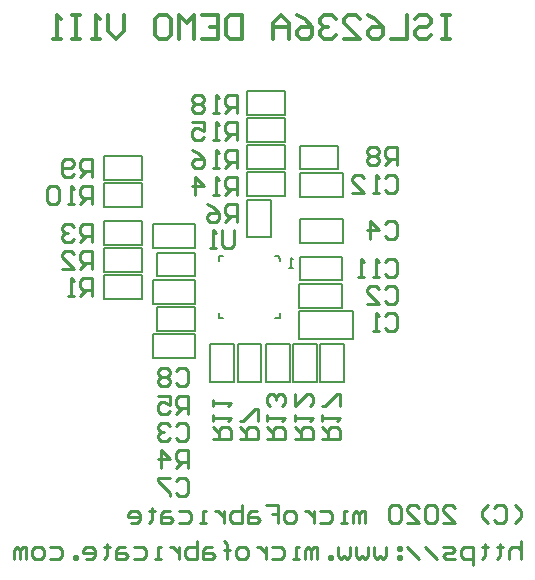
<source format=gbo>
G04*
G04 #@! TF.GenerationSoftware,Altium Limited,Altium Designer,18.0.12 (696)*
G04*
G04 Layer_Color=32896*
%FSLAX44Y44*%
%MOMM*%
G71*
G01*
G75*
%ADD10C,0.2000*%
%ADD11C,0.2540*%
%ADD47C,0.3500*%
D10*
X276000Y272000D02*
Y274000D01*
Y224000D02*
Y228000D01*
X272000Y224000D02*
X276000D01*
X224000D02*
X228000D01*
X224000D02*
Y228000D01*
Y272000D02*
Y276000D01*
X228000D01*
X272000D02*
X274000D01*
X276000Y274000D01*
X217000Y202000D02*
X237000D01*
X217000Y170000D02*
Y202000D01*
Y170000D02*
X237000D01*
Y202000D01*
X240000Y170000D02*
X260000D01*
Y202000D01*
X240000D02*
X260000D01*
X240000Y170000D02*
Y202000D01*
X264000D02*
X284000D01*
X264000Y170000D02*
Y202000D01*
Y170000D02*
X284000D01*
Y202000D01*
X287000Y170000D02*
X307000D01*
Y202000D01*
X287000D02*
X307000D01*
X287000Y170000D02*
Y202000D01*
X310000D02*
X330000D01*
X310000Y170000D02*
Y202000D01*
Y170000D02*
X330000D01*
Y202000D01*
X338000Y205600D02*
Y229600D01*
X292000D02*
X338000D01*
X292000Y205600D02*
Y229600D01*
Y205600D02*
X338000D01*
X328000Y232600D02*
Y252600D01*
X292000D02*
X328000D01*
X292000Y232600D02*
Y252600D01*
Y232600D02*
X328000D01*
X292500Y255600D02*
Y275600D01*
Y255600D02*
X328500D01*
Y275600D01*
X292500D02*
X328500D01*
X329000Y287600D02*
Y307600D01*
X293000D02*
X329000D01*
X293000Y287600D02*
Y307600D01*
Y287600D02*
X329000D01*
X293000Y326600D02*
Y346600D01*
Y326600D02*
X329000D01*
Y346600D01*
X293000D02*
X329000D01*
X325000Y349600D02*
Y369600D01*
X293000D02*
X325000D01*
X293000Y349600D02*
Y369600D01*
Y349600D02*
X325000D01*
X248000Y292000D02*
X268000D01*
Y324000D01*
X248000D02*
X268000D01*
X248000Y292000D02*
Y324000D01*
X248000Y327000D02*
Y347000D01*
Y327000D02*
X280000D01*
Y347000D01*
X248000D02*
X280000D01*
Y350000D02*
Y370000D01*
X248000D02*
X280000D01*
X248000Y350000D02*
Y370000D01*
Y350000D02*
X280000D01*
X248000Y373000D02*
Y393000D01*
Y373000D02*
X280000D01*
Y393000D01*
X248000D02*
X280000D01*
X248000Y396000D02*
Y416000D01*
Y396000D02*
X280000D01*
Y416000D01*
X248000D02*
X280000D01*
X204000Y190000D02*
Y210000D01*
X168000D02*
X204000D01*
X168000Y190000D02*
Y210000D01*
Y190000D02*
X204000D01*
X172000Y213000D02*
Y233000D01*
Y213000D02*
X204000D01*
Y233000D01*
X172000D02*
X204000D01*
X168000Y236000D02*
Y256000D01*
Y236000D02*
X204000D01*
Y256000D01*
X168000D02*
X204000D01*
Y259000D02*
Y279000D01*
X172000D02*
X204000D01*
X172000Y259000D02*
Y279000D01*
Y259000D02*
X204000D01*
X168000Y283000D02*
Y303000D01*
Y283000D02*
X204000D01*
Y303000D01*
X168000D02*
X204000D01*
X159000Y240000D02*
Y260000D01*
X127000D02*
X159000D01*
X127000Y240000D02*
Y260000D01*
Y240000D02*
X159000D01*
X127000Y263000D02*
Y283000D01*
Y263000D02*
X159000D01*
Y283000D01*
X127000D02*
X159000D01*
X127000Y286000D02*
Y306000D01*
Y286000D02*
X159000D01*
Y306000D01*
X127000D02*
X159000D01*
Y318000D02*
Y338000D01*
X127000D02*
X159000D01*
X127000Y318000D02*
Y338000D01*
Y318000D02*
X159000D01*
Y341000D02*
Y361000D01*
X127000D02*
X159000D01*
X127000Y341000D02*
Y361000D01*
Y341000D02*
X159000D01*
X286800Y265900D02*
X283801D01*
X285301D01*
Y274897D01*
X286800Y273398D01*
D11*
X480000Y35235D02*
Y20000D01*
Y27617D01*
X477461Y30157D01*
X472383D01*
X469843Y27617D01*
Y20000D01*
X462226Y32696D02*
Y30157D01*
X464765D01*
X459687D01*
X462226D01*
Y22539D01*
X459687Y20000D01*
X449530Y32696D02*
Y30157D01*
X452069D01*
X446991D01*
X449530D01*
Y22539D01*
X446991Y20000D01*
X439373Y14922D02*
Y30157D01*
X431756D01*
X429216Y27617D01*
Y22539D01*
X431756Y20000D01*
X439373D01*
X424138D02*
X416521D01*
X413981Y22539D01*
X416521Y25078D01*
X421599D01*
X424138Y27617D01*
X421599Y30157D01*
X413981D01*
X408903Y20000D02*
X398746Y30157D01*
X393668Y20000D02*
X383511Y30157D01*
X378433D02*
X375894D01*
Y27617D01*
X378433D01*
Y30157D01*
Y22539D02*
X375894D01*
Y20000D01*
X378433D01*
Y22539D01*
X365737Y30157D02*
Y22539D01*
X363198Y20000D01*
X360659Y22539D01*
X358120Y20000D01*
X355580Y22539D01*
Y30157D01*
X350502D02*
Y22539D01*
X347963Y20000D01*
X345424Y22539D01*
X342884Y20000D01*
X340345Y22539D01*
Y30157D01*
X335267D02*
Y22539D01*
X332728Y20000D01*
X330188Y22539D01*
X327649Y20000D01*
X325110Y22539D01*
Y30157D01*
X320032Y20000D02*
Y22539D01*
X317493D01*
Y20000D01*
X320032D01*
X307336D02*
Y30157D01*
X304797D01*
X302257Y27617D01*
Y20000D01*
Y27617D01*
X299718Y30157D01*
X297179Y27617D01*
Y20000D01*
X292101D02*
X287022D01*
X289562D01*
Y30157D01*
X292101D01*
X269248D02*
X276866D01*
X279405Y27617D01*
Y22539D01*
X276866Y20000D01*
X269248D01*
X264170Y30157D02*
Y20000D01*
Y25078D01*
X261631Y27617D01*
X259091Y30157D01*
X256552D01*
X246396Y20000D02*
X241317D01*
X238778Y22539D01*
Y27617D01*
X241317Y30157D01*
X246396D01*
X248935Y27617D01*
Y22539D01*
X246396Y20000D01*
X231161D02*
Y32696D01*
Y27617D01*
X233700D01*
X228621D01*
X231161D01*
Y32696D01*
X228621Y35235D01*
X218465Y30157D02*
X213386D01*
X210847Y27617D01*
Y20000D01*
X218465D01*
X221004Y22539D01*
X218465Y25078D01*
X210847D01*
X205769Y35235D02*
Y20000D01*
X198151D01*
X195612Y22539D01*
Y25078D01*
Y27617D01*
X198151Y30157D01*
X205769D01*
X190534D02*
Y20000D01*
Y25078D01*
X187994Y27617D01*
X185455Y30157D01*
X182916D01*
X175299Y20000D02*
X170220D01*
X172759D01*
Y30157D01*
X175299D01*
X152446D02*
X160063D01*
X162603Y27617D01*
Y22539D01*
X160063Y20000D01*
X152446D01*
X144829Y30157D02*
X139750D01*
X137211Y27617D01*
Y20000D01*
X144829D01*
X147368Y22539D01*
X144829Y25078D01*
X137211D01*
X129593Y32696D02*
Y30157D01*
X132133D01*
X127054D01*
X129593D01*
Y22539D01*
X127054Y20000D01*
X111819D02*
X116897D01*
X119437Y22539D01*
Y27617D01*
X116897Y30157D01*
X111819D01*
X109280Y27617D01*
Y25078D01*
X119437D01*
X104202Y20000D02*
Y22539D01*
X101662D01*
Y20000D01*
X104202D01*
X81349Y30157D02*
X88967D01*
X91506Y27617D01*
Y22539D01*
X88967Y20000D01*
X81349D01*
X73731D02*
X68653D01*
X66114Y22539D01*
Y27617D01*
X68653Y30157D01*
X73731D01*
X76271Y27617D01*
Y22539D01*
X73731Y20000D01*
X61036D02*
Y30157D01*
X58496D01*
X55957Y27617D01*
Y20000D01*
Y27617D01*
X53418Y30157D01*
X50879Y27617D01*
Y20000D01*
X474922Y50000D02*
X480000Y55078D01*
Y60157D01*
X474922Y65235D01*
X457147Y62696D02*
X459687Y65235D01*
X464765D01*
X467304Y62696D01*
Y52539D01*
X464765Y50000D01*
X459687D01*
X457147Y52539D01*
X452069Y50000D02*
X446991Y55078D01*
Y60157D01*
X452069Y65235D01*
X413981Y50000D02*
X424138D01*
X413981Y60157D01*
Y62696D01*
X416521Y65235D01*
X421599D01*
X424138Y62696D01*
X408903D02*
X406364Y65235D01*
X401286D01*
X398746Y62696D01*
Y52539D01*
X401286Y50000D01*
X406364D01*
X408903Y52539D01*
Y62696D01*
X383511Y50000D02*
X393668D01*
X383511Y60157D01*
Y62696D01*
X386050Y65235D01*
X391129D01*
X393668Y62696D01*
X378433D02*
X375894Y65235D01*
X370815D01*
X368276Y62696D01*
Y52539D01*
X370815Y50000D01*
X375894D01*
X378433Y52539D01*
Y62696D01*
X347963Y50000D02*
Y60157D01*
X345424D01*
X342884Y57618D01*
Y50000D01*
Y57618D01*
X340345Y60157D01*
X337806Y57618D01*
Y50000D01*
X332728D02*
X327649D01*
X330188D01*
Y60157D01*
X332728D01*
X309875D02*
X317493D01*
X320032Y57618D01*
Y52539D01*
X317493Y50000D01*
X309875D01*
X304797Y60157D02*
Y50000D01*
Y55078D01*
X302257Y57618D01*
X299718Y60157D01*
X297179D01*
X287022Y50000D02*
X281944D01*
X279405Y52539D01*
Y57618D01*
X281944Y60157D01*
X287022D01*
X289562Y57618D01*
Y52539D01*
X287022Y50000D01*
X264170Y65235D02*
X274327D01*
Y57618D01*
X269248D01*
X274327D01*
Y50000D01*
X256552Y60157D02*
X251474D01*
X248935Y57618D01*
Y50000D01*
X256552D01*
X259091Y52539D01*
X256552Y55078D01*
X248935D01*
X243856Y65235D02*
Y50000D01*
X236239D01*
X233700Y52539D01*
Y55078D01*
Y57618D01*
X236239Y60157D01*
X243856D01*
X228621D02*
Y50000D01*
Y55078D01*
X226082Y57618D01*
X223543Y60157D01*
X221004D01*
X213386Y50000D02*
X208308D01*
X210847D01*
Y60157D01*
X213386D01*
X190534D02*
X198151D01*
X200690Y57618D01*
Y52539D01*
X198151Y50000D01*
X190534D01*
X182916Y60157D02*
X177838D01*
X175299Y57618D01*
Y50000D01*
X182916D01*
X185455Y52539D01*
X182916Y55078D01*
X175299D01*
X167681Y62696D02*
Y60157D01*
X170220D01*
X165142D01*
X167681D01*
Y52539D01*
X165142Y50000D01*
X149907D02*
X154985D01*
X157524Y52539D01*
Y57618D01*
X154985Y60157D01*
X149907D01*
X147368Y57618D01*
Y55078D01*
X157524D01*
X237300Y298235D02*
Y285539D01*
X234761Y283000D01*
X229683D01*
X227143Y285539D01*
Y298235D01*
X222065Y283000D02*
X216987D01*
X219526D01*
Y298235D01*
X222065Y295696D01*
X218800Y121000D02*
X234035D01*
Y128617D01*
X231496Y131157D01*
X226418D01*
X223878Y128617D01*
Y121000D01*
Y126078D02*
X218800Y131157D01*
Y136235D02*
Y141313D01*
Y138774D01*
X234035D01*
X231496Y136235D01*
X218800Y148931D02*
Y154009D01*
Y151470D01*
X234035D01*
X231496Y148931D01*
X242025Y121000D02*
X257260D01*
Y128617D01*
X254721Y131157D01*
X249643D01*
X247103Y128617D01*
Y121000D01*
Y126078D02*
X242025Y131157D01*
X257260Y136235D02*
Y146392D01*
X254721D01*
X244564Y136235D01*
X242025D01*
X265250Y121000D02*
X280485D01*
Y128617D01*
X277946Y131157D01*
X272868D01*
X270328Y128617D01*
Y121000D01*
Y126078D02*
X265250Y131157D01*
Y136235D02*
Y141313D01*
Y138774D01*
X280485D01*
X277946Y136235D01*
Y148931D02*
X280485Y151470D01*
Y156549D01*
X277946Y159088D01*
X275407D01*
X272868Y156549D01*
Y154009D01*
Y156549D01*
X270328Y159088D01*
X267789D01*
X265250Y156549D01*
Y151470D01*
X267789Y148931D01*
X288475Y121000D02*
X303710D01*
Y128617D01*
X301171Y131157D01*
X296092D01*
X293553Y128617D01*
Y121000D01*
Y126078D02*
X288475Y131157D01*
Y136235D02*
Y141313D01*
Y138774D01*
X303710D01*
X301171Y136235D01*
X288475Y159088D02*
Y148931D01*
X298632Y159088D01*
X301171D01*
X303710Y156549D01*
Y151470D01*
X301171Y148931D01*
X311700Y121000D02*
X326935D01*
Y128617D01*
X324396Y131157D01*
X319317D01*
X316778Y128617D01*
Y121000D01*
Y126078D02*
X311700Y131157D01*
Y136235D02*
Y141313D01*
Y138774D01*
X326935D01*
X324396Y136235D01*
X326935Y148931D02*
Y159088D01*
X324396D01*
X314239Y148931D01*
X311700D01*
X364427Y225618D02*
X366967Y228157D01*
X372045D01*
X374584Y225618D01*
Y215461D01*
X372045Y212922D01*
X366967D01*
X364427Y215461D01*
X359349Y212922D02*
X354271D01*
X356810D01*
Y228157D01*
X359349Y225618D01*
X364427Y248732D02*
X366967Y251271D01*
X372045D01*
X374584Y248732D01*
Y238575D01*
X372045Y236036D01*
X366967D01*
X364427Y238575D01*
X349192Y236036D02*
X359349D01*
X349192Y246193D01*
Y248732D01*
X351731Y251271D01*
X356810D01*
X359349Y248732D01*
X364427Y271592D02*
X366967Y274131D01*
X372045D01*
X374584Y271592D01*
Y261435D01*
X372045Y258896D01*
X366967D01*
X364427Y261435D01*
X359349Y258896D02*
X354271D01*
X356810D01*
Y274131D01*
X359349Y271592D01*
X346653Y258896D02*
X341575D01*
X344114D01*
Y274131D01*
X346653Y271592D01*
X364427Y303596D02*
X366967Y306135D01*
X372045D01*
X374584Y303596D01*
Y293439D01*
X372045Y290900D01*
X366967D01*
X364427Y293439D01*
X351731Y290900D02*
Y306135D01*
X359349Y298517D01*
X349192D01*
X364427Y342712D02*
X366967Y345251D01*
X372045D01*
X374584Y342712D01*
Y332555D01*
X372045Y330016D01*
X366967D01*
X364427Y332555D01*
X359349Y330016D02*
X354271D01*
X356810D01*
Y345251D01*
X359349Y342712D01*
X336496Y330016D02*
X346653D01*
X336496Y340173D01*
Y342712D01*
X339035Y345251D01*
X344114D01*
X346653Y342712D01*
X374584Y353130D02*
Y368365D01*
X366967D01*
X364427Y365826D01*
Y360747D01*
X366967Y358208D01*
X374584D01*
X369506D02*
X364427Y353130D01*
X359349Y365826D02*
X356810Y368365D01*
X351731D01*
X349192Y365826D01*
Y363287D01*
X351731Y360747D01*
X349192Y358208D01*
Y355669D01*
X351731Y353130D01*
X356810D01*
X359349Y355669D01*
Y358208D01*
X356810Y360747D01*
X359349Y363287D01*
Y365826D01*
X356810Y360747D02*
X351731D01*
X239172Y305210D02*
Y320445D01*
X231555D01*
X229015Y317906D01*
Y312827D01*
X231555Y310288D01*
X239172D01*
X234094D02*
X229015Y305210D01*
X213780Y320445D02*
X218859Y317906D01*
X223937Y312827D01*
Y307749D01*
X221398Y305210D01*
X216319D01*
X213780Y307749D01*
Y310288D01*
X216319Y312827D01*
X223937D01*
X239172Y328324D02*
Y343559D01*
X231555D01*
X229015Y341020D01*
Y335942D01*
X231555Y333402D01*
X239172D01*
X234094D02*
X229015Y328324D01*
X223937D02*
X218859D01*
X221398D01*
Y343559D01*
X223937Y341020D01*
X203624Y328324D02*
Y343559D01*
X211241Y335942D01*
X201084D01*
X239172Y351184D02*
Y366419D01*
X231555D01*
X229015Y363880D01*
Y358801D01*
X231555Y356262D01*
X239172D01*
X234094D02*
X229015Y351184D01*
X223937D02*
X218859D01*
X221398D01*
Y366419D01*
X223937Y363880D01*
X201084Y366419D02*
X206163Y363880D01*
X211241Y358801D01*
Y353723D01*
X208702Y351184D01*
X203624D01*
X201084Y353723D01*
Y356262D01*
X203624Y358801D01*
X211241D01*
X239172Y374298D02*
Y389533D01*
X231555D01*
X229015Y386994D01*
Y381916D01*
X231555Y379376D01*
X239172D01*
X234094D02*
X229015Y374298D01*
X223937D02*
X218859D01*
X221398D01*
Y389533D01*
X223937Y386994D01*
X201084Y389533D02*
X211241D01*
Y381916D01*
X206163Y384455D01*
X203624D01*
X201084Y381916D01*
Y376837D01*
X203624Y374298D01*
X208702D01*
X211241Y376837D01*
X239172Y397158D02*
Y412393D01*
X231555D01*
X229015Y409854D01*
Y404776D01*
X231555Y402236D01*
X239172D01*
X234094D02*
X229015Y397158D01*
X223937D02*
X218859D01*
X221398D01*
Y412393D01*
X223937Y409854D01*
X211241D02*
X208702Y412393D01*
X203624D01*
X201084Y409854D01*
Y407315D01*
X203624Y404776D01*
X201084Y402236D01*
Y399697D01*
X203624Y397158D01*
X208702D01*
X211241Y399697D01*
Y402236D01*
X208702Y404776D01*
X211241Y407315D01*
Y409854D01*
X208702Y404776D02*
X203624D01*
X187815Y85860D02*
X190354Y88399D01*
X195433D01*
X197972Y85860D01*
Y75703D01*
X195433Y73164D01*
X190354D01*
X187815Y75703D01*
X182737Y88399D02*
X172580D01*
Y85860D01*
X182737Y75703D01*
Y73164D01*
X197972Y96405D02*
Y111640D01*
X190354D01*
X187815Y109101D01*
Y104023D01*
X190354Y101483D01*
X197972D01*
X192894D02*
X187815Y96405D01*
X175119D02*
Y111640D01*
X182737Y104023D01*
X172580D01*
X187815Y132342D02*
X190354Y134881D01*
X195433D01*
X197972Y132342D01*
Y122185D01*
X195433Y119646D01*
X190354D01*
X187815Y122185D01*
X182737Y132342D02*
X180198Y134881D01*
X175119D01*
X172580Y132342D01*
Y129803D01*
X175119Y127264D01*
X177659D01*
X175119D01*
X172580Y124724D01*
Y122185D01*
X175119Y119646D01*
X180198D01*
X182737Y122185D01*
X197972Y142887D02*
Y158122D01*
X190354D01*
X187815Y155583D01*
Y150505D01*
X190354Y147965D01*
X197972D01*
X192894D02*
X187815Y142887D01*
X172580Y158122D02*
X182737D01*
Y150505D01*
X177659Y153044D01*
X175119D01*
X172580Y150505D01*
Y145426D01*
X175119Y142887D01*
X180198D01*
X182737Y145426D01*
X187815Y178824D02*
X190354Y181363D01*
X195433D01*
X197972Y178824D01*
Y168667D01*
X195433Y166128D01*
X190354D01*
X187815Y168667D01*
X182737Y178824D02*
X180198Y181363D01*
X175119D01*
X172580Y178824D01*
Y176285D01*
X175119Y173746D01*
X172580Y171206D01*
Y168667D01*
X175119Y166128D01*
X180198D01*
X182737Y168667D01*
Y171206D01*
X180198Y173746D01*
X182737Y176285D01*
Y178824D01*
X180198Y173746D02*
X175119D01*
X117114Y242102D02*
Y257337D01*
X109496D01*
X106957Y254798D01*
Y249720D01*
X109496Y247180D01*
X117114D01*
X112036D02*
X106957Y242102D01*
X101879D02*
X96801D01*
X99340D01*
Y257337D01*
X101879Y254798D01*
X117114Y265216D02*
Y280451D01*
X109496D01*
X106957Y277912D01*
Y272833D01*
X109496Y270294D01*
X117114D01*
X112036D02*
X106957Y265216D01*
X91722D02*
X101879D01*
X91722Y275373D01*
Y277912D01*
X94261Y280451D01*
X99340D01*
X101879Y277912D01*
X117114Y288076D02*
Y303311D01*
X109496D01*
X106957Y300772D01*
Y295693D01*
X109496Y293154D01*
X117114D01*
X112036D02*
X106957Y288076D01*
X101879Y300772D02*
X99340Y303311D01*
X94261D01*
X91722Y300772D01*
Y298233D01*
X94261Y295693D01*
X96801D01*
X94261D01*
X91722Y293154D01*
Y290615D01*
X94261Y288076D01*
X99340D01*
X101879Y290615D01*
X117114Y320080D02*
Y335315D01*
X109496D01*
X106957Y332776D01*
Y327697D01*
X109496Y325158D01*
X117114D01*
X112036D02*
X106957Y320080D01*
X101879D02*
X96801D01*
X99340D01*
Y335315D01*
X101879Y332776D01*
X89183D02*
X86644Y335315D01*
X81566D01*
X79026Y332776D01*
Y322619D01*
X81566Y320080D01*
X86644D01*
X89183Y322619D01*
Y332776D01*
X117114Y343194D02*
Y358429D01*
X109496D01*
X106957Y355890D01*
Y350812D01*
X109496Y348272D01*
X117114D01*
X112036D02*
X106957Y343194D01*
X101879Y345733D02*
X99340Y343194D01*
X94261D01*
X91722Y345733D01*
Y355890D01*
X94261Y358429D01*
X99340D01*
X101879Y355890D01*
Y353351D01*
X99340Y350812D01*
X91722D01*
D47*
X420000Y479994D02*
X413335D01*
X416668D01*
Y460000D01*
X420000D01*
X413335D01*
X390010Y476661D02*
X393342Y479994D01*
X400006D01*
X403339Y476661D01*
Y473329D01*
X400006Y469997D01*
X393342D01*
X390010Y466665D01*
Y463332D01*
X393342Y460000D01*
X400006D01*
X403339Y463332D01*
X383345Y479994D02*
Y460000D01*
X370016D01*
X350023Y479994D02*
X356687Y476661D01*
X363352Y469997D01*
Y463332D01*
X360019Y460000D01*
X353355D01*
X350023Y463332D01*
Y466665D01*
X353355Y469997D01*
X363352D01*
X330029Y460000D02*
X343358D01*
X330029Y473329D01*
Y476661D01*
X333361Y479994D01*
X340026D01*
X343358Y476661D01*
X323364D02*
X320032Y479994D01*
X313368D01*
X310035Y476661D01*
Y473329D01*
X313368Y469997D01*
X316700D01*
X313368D01*
X310035Y466665D01*
Y463332D01*
X313368Y460000D01*
X320032D01*
X323364Y463332D01*
X290042Y479994D02*
X296706Y476661D01*
X303371Y469997D01*
Y463332D01*
X300039Y460000D01*
X293374D01*
X290042Y463332D01*
Y466665D01*
X293374Y469997D01*
X303371D01*
X283377Y460000D02*
Y473329D01*
X276713Y479994D01*
X270048Y473329D01*
Y460000D01*
Y469997D01*
X283377D01*
X243390Y479994D02*
Y460000D01*
X233393D01*
X230061Y463332D01*
Y476661D01*
X233393Y479994D01*
X243390D01*
X210068D02*
X223397D01*
Y460000D01*
X210068D01*
X223397Y469997D02*
X216732D01*
X203403Y460000D02*
Y479994D01*
X196739Y473329D01*
X190074Y479994D01*
Y460000D01*
X173413Y479994D02*
X180077D01*
X183410Y476661D01*
Y463332D01*
X180077Y460000D01*
X173413D01*
X170081Y463332D01*
Y476661D01*
X173413Y479994D01*
X143422D02*
Y466665D01*
X136758Y460000D01*
X130093Y466665D01*
Y479994D01*
X123429Y460000D02*
X116764D01*
X120097D01*
Y479994D01*
X123429Y476661D01*
X106768Y479994D02*
X100103D01*
X103435D01*
Y460000D01*
X106768D01*
X100103D01*
X90106D02*
X83442D01*
X86774D01*
Y479994D01*
X90106Y476661D01*
M02*

</source>
